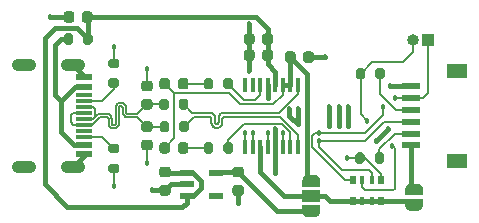
<source format=gbr>
%TF.GenerationSoftware,KiCad,Pcbnew,5.1.10-88a1d61d58~90~ubuntu20.04.1*%
%TF.CreationDate,2021-07-15T12:02:29+05:30*%
%TF.ProjectId,kimchi-uart-adapter,6b696d63-6869-42d7-9561-72742d616461,rev?*%
%TF.SameCoordinates,Original*%
%TF.FileFunction,Copper,L1,Top*%
%TF.FilePolarity,Positive*%
%FSLAX46Y46*%
G04 Gerber Fmt 4.6, Leading zero omitted, Abs format (unit mm)*
G04 Created by KiCad (PCBNEW 5.1.10-88a1d61d58~90~ubuntu20.04.1) date 2021-07-15 12:02:29*
%MOMM*%
%LPD*%
G01*
G04 APERTURE LIST*
%TA.AperFunction,SMDPad,CuDef*%
%ADD10R,1.450000X0.600000*%
%TD*%
%TA.AperFunction,SMDPad,CuDef*%
%ADD11R,1.450000X0.300000*%
%TD*%
%TA.AperFunction,ComponentPad*%
%ADD12O,2.100000X1.050000*%
%TD*%
%TA.AperFunction,SMDPad,CuDef*%
%ADD13R,0.400000X1.200000*%
%TD*%
%TA.AperFunction,SMDPad,CuDef*%
%ADD14R,0.500000X0.800000*%
%TD*%
%TA.AperFunction,SMDPad,CuDef*%
%ADD15R,0.400000X0.800000*%
%TD*%
%TA.AperFunction,ComponentPad*%
%ADD16O,1.000000X1.000000*%
%TD*%
%TA.AperFunction,ComponentPad*%
%ADD17R,1.000000X1.000000*%
%TD*%
%TA.AperFunction,SMDPad,CuDef*%
%ADD18R,1.200000X0.600000*%
%TD*%
%TA.AperFunction,SMDPad,CuDef*%
%ADD19R,1.550000X0.600000*%
%TD*%
%TA.AperFunction,SMDPad,CuDef*%
%ADD20R,1.800000X1.200000*%
%TD*%
%TA.AperFunction,SMDPad,CuDef*%
%ADD21C,0.100000*%
%TD*%
%TA.AperFunction,SMDPad,CuDef*%
%ADD22R,1.500000X1.000000*%
%TD*%
%TA.AperFunction,ViaPad*%
%ADD23C,0.457200*%
%TD*%
%TA.AperFunction,Conductor*%
%ADD24C,0.400000*%
%TD*%
%TA.AperFunction,Conductor*%
%ADD25C,0.200000*%
%TD*%
%TA.AperFunction,Conductor*%
%ADD26C,0.127000*%
%TD*%
G04 APERTURE END LIST*
D10*
%TO.P,J1,A1B12*%
%TO.N,GND*%
X141045000Y-97130000D03*
%TO.P,J1,A4B9*%
%TO.N,Net-(FB1-Pad2)*%
X141045000Y-97930000D03*
D11*
%TO.P,J1,A6*%
%TO.N,/D+*%
X141045000Y-100130000D03*
%TO.P,J1,B7*%
%TO.N,/D-*%
X141045000Y-99630000D03*
%TO.P,J1,A5*%
%TO.N,Net-(J1-PadA5)*%
X141045000Y-99130000D03*
%TO.P,J1,B8*%
%TO.N,Net-(J1-PadB8)*%
X141045000Y-98630000D03*
%TO.P,J1,A7*%
%TO.N,/D-*%
X141045000Y-100630000D03*
%TO.P,J1,B6*%
%TO.N,/D+*%
X141045000Y-101130000D03*
%TO.P,J1,A8*%
%TO.N,Net-(J1-PadA8)*%
X141045000Y-101630000D03*
%TO.P,J1,B5*%
%TO.N,Net-(J1-PadB5)*%
X141045000Y-102130000D03*
D10*
%TO.P,J1,B4A9*%
%TO.N,Net-(FB1-Pad2)*%
X141045000Y-102830000D03*
%TO.P,J1,B1A12*%
%TO.N,GND*%
X141045000Y-103630000D03*
D12*
%TO.P,J1,S1*%
X140130000Y-96060000D03*
%TO.P,J1,S2*%
X140130000Y-104700000D03*
%TO.P,J1,S3*%
X135950000Y-96060000D03*
%TO.P,J1,S4*%
X135950000Y-104700000D03*
%TD*%
D13*
%TO.P,U2,1*%
%TO.N,/TX*%
X154697500Y-102980000D03*
%TO.P,U2,2*%
%TO.N,/RTS*%
X155332500Y-102980000D03*
%TO.P,U2,3*%
%TO.N,/VCCIO*%
X155967500Y-102980000D03*
%TO.P,U2,4*%
%TO.N,/RX*%
X156602500Y-102980000D03*
%TO.P,U2,5*%
%TO.N,GND*%
X157237500Y-102980000D03*
%TO.P,U2,6*%
%TO.N,/CTS*%
X157872500Y-102980000D03*
%TO.P,U2,7*%
%TO.N,Net-(R8-Pad2)*%
X158507500Y-102980000D03*
%TO.P,U2,8*%
%TO.N,/D1+*%
X159142500Y-102980000D03*
%TO.P,U2,9*%
%TO.N,/D1-*%
X159142500Y-97780000D03*
%TO.P,U2,10*%
%TO.N,+3V3*%
X158507500Y-97780000D03*
%TO.P,U2,11*%
X157872500Y-97780000D03*
%TO.P,U2,12*%
%TO.N,VBUS*%
X157237500Y-97780000D03*
%TO.P,U2,13*%
%TO.N,GND*%
X156602500Y-97780000D03*
%TO.P,U2,14*%
%TO.N,Net-(R7-Pad1)*%
X155967500Y-97780000D03*
%TO.P,U2,15*%
%TO.N,Net-(U2-Pad15)*%
X155332500Y-97780000D03*
%TO.P,U2,16*%
%TO.N,Net-(U2-Pad16)*%
X154697500Y-97780000D03*
%TD*%
%TO.P,C4,2*%
%TO.N,GND*%
%TA.AperFunction,SMDPad,CuDef*%
G36*
G01*
X146620000Y-98295000D02*
X146120000Y-98295000D01*
G75*
G02*
X145895000Y-98070000I0J225000D01*
G01*
X145895000Y-97620000D01*
G75*
G02*
X146120000Y-97395000I225000J0D01*
G01*
X146620000Y-97395000D01*
G75*
G02*
X146845000Y-97620000I0J-225000D01*
G01*
X146845000Y-98070000D01*
G75*
G02*
X146620000Y-98295000I-225000J0D01*
G01*
G37*
%TD.AperFunction*%
%TO.P,C4,1*%
%TO.N,/D-*%
%TA.AperFunction,SMDPad,CuDef*%
G36*
G01*
X146620000Y-99845000D02*
X146120000Y-99845000D01*
G75*
G02*
X145895000Y-99620000I0J225000D01*
G01*
X145895000Y-99170000D01*
G75*
G02*
X146120000Y-98945000I225000J0D01*
G01*
X146620000Y-98945000D01*
G75*
G02*
X146845000Y-99170000I0J-225000D01*
G01*
X146845000Y-99620000D01*
G75*
G02*
X146620000Y-99845000I-225000J0D01*
G01*
G37*
%TD.AperFunction*%
%TD*%
D14*
%TO.P,RN1,5*%
%TO.N,/VCCIO*%
X163790000Y-107610000D03*
D15*
%TO.P,RN1,6*%
X164590000Y-107610000D03*
D14*
%TO.P,RN1,8*%
X166190000Y-107610000D03*
D15*
%TO.P,RN1,7*%
X165390000Y-107610000D03*
D14*
%TO.P,RN1,4*%
%TO.N,/CTS*%
X163790000Y-105810000D03*
D15*
%TO.P,RN1,2*%
%TO.N,/RX*%
X165390000Y-105810000D03*
%TO.P,RN1,3*%
%TO.N,/RTS*%
X164590000Y-105810000D03*
D14*
%TO.P,RN1,1*%
%TO.N,/TX*%
X166190000Y-105810000D03*
%TD*%
D16*
%TO.P,J2,2*%
%TO.N,/RTS*%
X168930000Y-93930000D03*
D17*
%TO.P,J2,1*%
%TO.N,/CTS*%
X170200000Y-93930000D03*
%TD*%
%TO.P,C1,1*%
%TO.N,VBUS*%
%TA.AperFunction,SMDPad,CuDef*%
G36*
G01*
X141765000Y-91760000D02*
X141765000Y-92260000D01*
G75*
G02*
X141540000Y-92485000I-225000J0D01*
G01*
X141090000Y-92485000D01*
G75*
G02*
X140865000Y-92260000I0J225000D01*
G01*
X140865000Y-91760000D01*
G75*
G02*
X141090000Y-91535000I225000J0D01*
G01*
X141540000Y-91535000D01*
G75*
G02*
X141765000Y-91760000I0J-225000D01*
G01*
G37*
%TD.AperFunction*%
%TO.P,C1,2*%
%TO.N,GND*%
%TA.AperFunction,SMDPad,CuDef*%
G36*
G01*
X140215000Y-91760000D02*
X140215000Y-92260000D01*
G75*
G02*
X139990000Y-92485000I-225000J0D01*
G01*
X139540000Y-92485000D01*
G75*
G02*
X139315000Y-92260000I0J225000D01*
G01*
X139315000Y-91760000D01*
G75*
G02*
X139540000Y-91535000I225000J0D01*
G01*
X139990000Y-91535000D01*
G75*
G02*
X140215000Y-91760000I0J-225000D01*
G01*
G37*
%TD.AperFunction*%
%TD*%
%TO.P,C3,1*%
%TO.N,/D+*%
%TA.AperFunction,SMDPad,CuDef*%
G36*
G01*
X146120000Y-100852520D02*
X146620000Y-100852520D01*
G75*
G02*
X146845000Y-101077520I0J-225000D01*
G01*
X146845000Y-101527520D01*
G75*
G02*
X146620000Y-101752520I-225000J0D01*
G01*
X146120000Y-101752520D01*
G75*
G02*
X145895000Y-101527520I0J225000D01*
G01*
X145895000Y-101077520D01*
G75*
G02*
X146120000Y-100852520I225000J0D01*
G01*
G37*
%TD.AperFunction*%
%TO.P,C3,2*%
%TO.N,GND*%
%TA.AperFunction,SMDPad,CuDef*%
G36*
G01*
X146120000Y-102402520D02*
X146620000Y-102402520D01*
G75*
G02*
X146845000Y-102627520I0J-225000D01*
G01*
X146845000Y-103077520D01*
G75*
G02*
X146620000Y-103302520I-225000J0D01*
G01*
X146120000Y-103302520D01*
G75*
G02*
X145895000Y-103077520I0J225000D01*
G01*
X145895000Y-102627520D01*
G75*
G02*
X146120000Y-102402520I225000J0D01*
G01*
G37*
%TD.AperFunction*%
%TD*%
%TO.P,C5,2*%
%TO.N,GND*%
%TA.AperFunction,SMDPad,CuDef*%
G36*
G01*
X147650000Y-106240000D02*
X148150000Y-106240000D01*
G75*
G02*
X148375000Y-106465000I0J-225000D01*
G01*
X148375000Y-106915000D01*
G75*
G02*
X148150000Y-107140000I-225000J0D01*
G01*
X147650000Y-107140000D01*
G75*
G02*
X147425000Y-106915000I0J225000D01*
G01*
X147425000Y-106465000D01*
G75*
G02*
X147650000Y-106240000I225000J0D01*
G01*
G37*
%TD.AperFunction*%
%TO.P,C5,1*%
%TO.N,VBUS*%
%TA.AperFunction,SMDPad,CuDef*%
G36*
G01*
X147650000Y-104690000D02*
X148150000Y-104690000D01*
G75*
G02*
X148375000Y-104915000I0J-225000D01*
G01*
X148375000Y-105365000D01*
G75*
G02*
X148150000Y-105590000I-225000J0D01*
G01*
X147650000Y-105590000D01*
G75*
G02*
X147425000Y-105365000I0J225000D01*
G01*
X147425000Y-104915000D01*
G75*
G02*
X147650000Y-104690000I225000J0D01*
G01*
G37*
%TD.AperFunction*%
%TD*%
%TO.P,C6,1*%
%TO.N,+3V3*%
%TA.AperFunction,SMDPad,CuDef*%
G36*
G01*
X158055000Y-95650000D02*
X158055000Y-95150000D01*
G75*
G02*
X158280000Y-94925000I225000J0D01*
G01*
X158730000Y-94925000D01*
G75*
G02*
X158955000Y-95150000I0J-225000D01*
G01*
X158955000Y-95650000D01*
G75*
G02*
X158730000Y-95875000I-225000J0D01*
G01*
X158280000Y-95875000D01*
G75*
G02*
X158055000Y-95650000I0J225000D01*
G01*
G37*
%TD.AperFunction*%
%TO.P,C6,2*%
%TO.N,GND*%
%TA.AperFunction,SMDPad,CuDef*%
G36*
G01*
X159605000Y-95650000D02*
X159605000Y-95150000D01*
G75*
G02*
X159830000Y-94925000I225000J0D01*
G01*
X160280000Y-94925000D01*
G75*
G02*
X160505000Y-95150000I0J-225000D01*
G01*
X160505000Y-95650000D01*
G75*
G02*
X160280000Y-95875000I-225000J0D01*
G01*
X159830000Y-95875000D01*
G75*
G02*
X159605000Y-95650000I0J225000D01*
G01*
G37*
%TD.AperFunction*%
%TD*%
%TO.P,C7,1*%
%TO.N,+1V8*%
%TA.AperFunction,SMDPad,CuDef*%
G36*
G01*
X153840000Y-104695000D02*
X154340000Y-104695000D01*
G75*
G02*
X154565000Y-104920000I0J-225000D01*
G01*
X154565000Y-105370000D01*
G75*
G02*
X154340000Y-105595000I-225000J0D01*
G01*
X153840000Y-105595000D01*
G75*
G02*
X153615000Y-105370000I0J225000D01*
G01*
X153615000Y-104920000D01*
G75*
G02*
X153840000Y-104695000I225000J0D01*
G01*
G37*
%TD.AperFunction*%
%TO.P,C7,2*%
%TO.N,GND*%
%TA.AperFunction,SMDPad,CuDef*%
G36*
G01*
X153840000Y-106245000D02*
X154340000Y-106245000D01*
G75*
G02*
X154565000Y-106470000I0J-225000D01*
G01*
X154565000Y-106920000D01*
G75*
G02*
X154340000Y-107145000I-225000J0D01*
G01*
X153840000Y-107145000D01*
G75*
G02*
X153615000Y-106920000I0J225000D01*
G01*
X153615000Y-106470000D01*
G75*
G02*
X153840000Y-106245000I225000J0D01*
G01*
G37*
%TD.AperFunction*%
%TD*%
%TO.P,C8,1*%
%TO.N,VBUS*%
%TA.AperFunction,SMDPad,CuDef*%
G36*
G01*
X157035000Y-93630000D02*
X157035000Y-94130000D01*
G75*
G02*
X156810000Y-94355000I-225000J0D01*
G01*
X156360000Y-94355000D01*
G75*
G02*
X156135000Y-94130000I0J225000D01*
G01*
X156135000Y-93630000D01*
G75*
G02*
X156360000Y-93405000I225000J0D01*
G01*
X156810000Y-93405000D01*
G75*
G02*
X157035000Y-93630000I0J-225000D01*
G01*
G37*
%TD.AperFunction*%
%TO.P,C8,2*%
%TO.N,GND*%
%TA.AperFunction,SMDPad,CuDef*%
G36*
G01*
X155485000Y-93630000D02*
X155485000Y-94130000D01*
G75*
G02*
X155260000Y-94355000I-225000J0D01*
G01*
X154810000Y-94355000D01*
G75*
G02*
X154585000Y-94130000I0J225000D01*
G01*
X154585000Y-93630000D01*
G75*
G02*
X154810000Y-93405000I225000J0D01*
G01*
X155260000Y-93405000D01*
G75*
G02*
X155485000Y-93630000I0J-225000D01*
G01*
G37*
%TD.AperFunction*%
%TD*%
%TO.P,C9,2*%
%TO.N,GND*%
%TA.AperFunction,SMDPad,CuDef*%
G36*
G01*
X155485000Y-94990000D02*
X155485000Y-95490000D01*
G75*
G02*
X155260000Y-95715000I-225000J0D01*
G01*
X154810000Y-95715000D01*
G75*
G02*
X154585000Y-95490000I0J225000D01*
G01*
X154585000Y-94990000D01*
G75*
G02*
X154810000Y-94765000I225000J0D01*
G01*
X155260000Y-94765000D01*
G75*
G02*
X155485000Y-94990000I0J-225000D01*
G01*
G37*
%TD.AperFunction*%
%TO.P,C9,1*%
%TO.N,VBUS*%
%TA.AperFunction,SMDPad,CuDef*%
G36*
G01*
X157035000Y-94990000D02*
X157035000Y-95490000D01*
G75*
G02*
X156810000Y-95715000I-225000J0D01*
G01*
X156360000Y-95715000D01*
G75*
G02*
X156135000Y-95490000I0J225000D01*
G01*
X156135000Y-94990000D01*
G75*
G02*
X156360000Y-94765000I225000J0D01*
G01*
X156810000Y-94765000D01*
G75*
G02*
X157035000Y-94990000I0J-225000D01*
G01*
G37*
%TD.AperFunction*%
%TD*%
%TO.P,D1,2*%
%TO.N,+3V3*%
%TA.AperFunction,SMDPad,CuDef*%
G36*
G01*
X148310000Y-97403750D02*
X148310000Y-97916250D01*
G75*
G02*
X148091250Y-98135000I-218750J0D01*
G01*
X147653750Y-98135000D01*
G75*
G02*
X147435000Y-97916250I0J218750D01*
G01*
X147435000Y-97403750D01*
G75*
G02*
X147653750Y-97185000I218750J0D01*
G01*
X148091250Y-97185000D01*
G75*
G02*
X148310000Y-97403750I0J-218750D01*
G01*
G37*
%TD.AperFunction*%
%TO.P,D1,1*%
%TO.N,Net-(D1-Pad1)*%
%TA.AperFunction,SMDPad,CuDef*%
G36*
G01*
X149885000Y-97403750D02*
X149885000Y-97916250D01*
G75*
G02*
X149666250Y-98135000I-218750J0D01*
G01*
X149228750Y-98135000D01*
G75*
G02*
X149010000Y-97916250I0J218750D01*
G01*
X149010000Y-97403750D01*
G75*
G02*
X149228750Y-97185000I218750J0D01*
G01*
X149666250Y-97185000D01*
G75*
G02*
X149885000Y-97403750I0J-218750D01*
G01*
G37*
%TD.AperFunction*%
%TD*%
%TO.P,D2,1*%
%TO.N,Net-(D2-Pad1)*%
%TA.AperFunction,SMDPad,CuDef*%
G36*
G01*
X149885000Y-102843750D02*
X149885000Y-103356250D01*
G75*
G02*
X149666250Y-103575000I-218750J0D01*
G01*
X149228750Y-103575000D01*
G75*
G02*
X149010000Y-103356250I0J218750D01*
G01*
X149010000Y-102843750D01*
G75*
G02*
X149228750Y-102625000I218750J0D01*
G01*
X149666250Y-102625000D01*
G75*
G02*
X149885000Y-102843750I0J-218750D01*
G01*
G37*
%TD.AperFunction*%
%TO.P,D2,2*%
%TO.N,+3V3*%
%TA.AperFunction,SMDPad,CuDef*%
G36*
G01*
X148310000Y-102843750D02*
X148310000Y-103356250D01*
G75*
G02*
X148091250Y-103575000I-218750J0D01*
G01*
X147653750Y-103575000D01*
G75*
G02*
X147435000Y-103356250I0J218750D01*
G01*
X147435000Y-102843750D01*
G75*
G02*
X147653750Y-102625000I218750J0D01*
G01*
X148091250Y-102625000D01*
G75*
G02*
X148310000Y-102843750I0J-218750D01*
G01*
G37*
%TD.AperFunction*%
%TD*%
%TO.P,FB1,1*%
%TO.N,VBUS*%
%TA.AperFunction,SMDPad,CuDef*%
G36*
G01*
X141765000Y-93605000D02*
X141765000Y-94155000D01*
G75*
G02*
X141565000Y-94355000I-200000J0D01*
G01*
X141165000Y-94355000D01*
G75*
G02*
X140965000Y-94155000I0J200000D01*
G01*
X140965000Y-93605000D01*
G75*
G02*
X141165000Y-93405000I200000J0D01*
G01*
X141565000Y-93405000D01*
G75*
G02*
X141765000Y-93605000I0J-200000D01*
G01*
G37*
%TD.AperFunction*%
%TO.P,FB1,2*%
%TO.N,Net-(FB1-Pad2)*%
%TA.AperFunction,SMDPad,CuDef*%
G36*
G01*
X140115000Y-93605000D02*
X140115000Y-94155000D01*
G75*
G02*
X139915000Y-94355000I-200000J0D01*
G01*
X139515000Y-94355000D01*
G75*
G02*
X139315000Y-94155000I0J200000D01*
G01*
X139315000Y-93605000D01*
G75*
G02*
X139515000Y-93405000I200000J0D01*
G01*
X139915000Y-93405000D01*
G75*
G02*
X140115000Y-93605000I0J-200000D01*
G01*
G37*
%TD.AperFunction*%
%TD*%
D18*
%TO.P,IC1,1*%
%TO.N,VBUS*%
X149730000Y-105240000D03*
%TO.P,IC1,2*%
%TO.N,GND*%
X149730000Y-106190000D03*
%TO.P,IC1,3*%
%TO.N,VBUS*%
X149730000Y-107140000D03*
%TO.P,IC1,4*%
%TO.N,Net-(IC1-Pad4)*%
X152230000Y-107140000D03*
%TO.P,IC1,5*%
%TO.N,+1V8*%
X152230000Y-105240000D03*
%TD*%
D19*
%TO.P,J3,6*%
%TO.N,GND*%
X168770000Y-97880000D03*
%TO.P,J3,1*%
%TO.N,/VCC_KIMCHI*%
X168770000Y-102880000D03*
%TO.P,J3,2*%
%TO.N,Net-(J3-Pad2)*%
X168770000Y-101880000D03*
%TO.P,J3,3*%
%TO.N,/RX*%
X168770000Y-100880000D03*
%TO.P,J3,4*%
%TO.N,Net-(J3-Pad4)*%
X168770000Y-99880000D03*
%TO.P,J3,5*%
%TO.N,/CTS*%
X168770000Y-98880000D03*
D20*
%TO.P,J3,S1*%
%TO.N,GND*%
X172645000Y-104180000D03*
%TO.P,J3,S2*%
X172645000Y-96580000D03*
%TD*%
%TA.AperFunction,SMDPad,CuDef*%
D21*
%TO.P,JP1,1*%
%TO.N,+1V8*%
G36*
X161030000Y-107900000D02*
G01*
X161030000Y-108450000D01*
X161029398Y-108450000D01*
X161029398Y-108474534D01*
X161024588Y-108523365D01*
X161015016Y-108571490D01*
X161000772Y-108618445D01*
X160981995Y-108663778D01*
X160958864Y-108707051D01*
X160931604Y-108747850D01*
X160900476Y-108785779D01*
X160865779Y-108820476D01*
X160827850Y-108851604D01*
X160787051Y-108878864D01*
X160743778Y-108901995D01*
X160698445Y-108920772D01*
X160651490Y-108935016D01*
X160603365Y-108944588D01*
X160554534Y-108949398D01*
X160530000Y-108949398D01*
X160530000Y-108950000D01*
X160030000Y-108950000D01*
X160030000Y-108949398D01*
X160005466Y-108949398D01*
X159956635Y-108944588D01*
X159908510Y-108935016D01*
X159861555Y-108920772D01*
X159816222Y-108901995D01*
X159772949Y-108878864D01*
X159732150Y-108851604D01*
X159694221Y-108820476D01*
X159659524Y-108785779D01*
X159628396Y-108747850D01*
X159601136Y-108707051D01*
X159578005Y-108663778D01*
X159559228Y-108618445D01*
X159544984Y-108571490D01*
X159535412Y-108523365D01*
X159530602Y-108474534D01*
X159530602Y-108450000D01*
X159530000Y-108450000D01*
X159530000Y-107900000D01*
X161030000Y-107900000D01*
G37*
%TD.AperFunction*%
%TA.AperFunction,SMDPad,CuDef*%
%TO.P,JP1,3*%
%TO.N,+3V3*%
G36*
X159530602Y-105850000D02*
G01*
X159530602Y-105825466D01*
X159535412Y-105776635D01*
X159544984Y-105728510D01*
X159559228Y-105681555D01*
X159578005Y-105636222D01*
X159601136Y-105592949D01*
X159628396Y-105552150D01*
X159659524Y-105514221D01*
X159694221Y-105479524D01*
X159732150Y-105448396D01*
X159772949Y-105421136D01*
X159816222Y-105398005D01*
X159861555Y-105379228D01*
X159908510Y-105364984D01*
X159956635Y-105355412D01*
X160005466Y-105350602D01*
X160030000Y-105350602D01*
X160030000Y-105350000D01*
X160530000Y-105350000D01*
X160530000Y-105350602D01*
X160554534Y-105350602D01*
X160603365Y-105355412D01*
X160651490Y-105364984D01*
X160698445Y-105379228D01*
X160743778Y-105398005D01*
X160787051Y-105421136D01*
X160827850Y-105448396D01*
X160865779Y-105479524D01*
X160900476Y-105514221D01*
X160931604Y-105552150D01*
X160958864Y-105592949D01*
X160981995Y-105636222D01*
X161000772Y-105681555D01*
X161015016Y-105728510D01*
X161024588Y-105776635D01*
X161029398Y-105825466D01*
X161029398Y-105850000D01*
X161030000Y-105850000D01*
X161030000Y-106400000D01*
X159530000Y-106400000D01*
X159530000Y-105850000D01*
X159530602Y-105850000D01*
G37*
%TD.AperFunction*%
D22*
%TO.P,JP1,2*%
%TO.N,/VCCIO*%
X160280000Y-107150000D03*
%TD*%
%TA.AperFunction,SMDPad,CuDef*%
D21*
%TO.P,JP2,1*%
%TO.N,/VCCIO*%
G36*
X169740000Y-107410000D02*
G01*
X169740000Y-107910000D01*
X169739398Y-107910000D01*
X169739398Y-107934534D01*
X169734588Y-107983365D01*
X169725016Y-108031490D01*
X169710772Y-108078445D01*
X169691995Y-108123778D01*
X169668864Y-108167051D01*
X169641604Y-108207850D01*
X169610476Y-108245779D01*
X169575779Y-108280476D01*
X169537850Y-108311604D01*
X169497051Y-108338864D01*
X169453778Y-108361995D01*
X169408445Y-108380772D01*
X169361490Y-108395016D01*
X169313365Y-108404588D01*
X169264534Y-108409398D01*
X169240000Y-108409398D01*
X169240000Y-108410000D01*
X168740000Y-108410000D01*
X168740000Y-108409398D01*
X168715466Y-108409398D01*
X168666635Y-108404588D01*
X168618510Y-108395016D01*
X168571555Y-108380772D01*
X168526222Y-108361995D01*
X168482949Y-108338864D01*
X168442150Y-108311604D01*
X168404221Y-108280476D01*
X168369524Y-108245779D01*
X168338396Y-108207850D01*
X168311136Y-108167051D01*
X168288005Y-108123778D01*
X168269228Y-108078445D01*
X168254984Y-108031490D01*
X168245412Y-107983365D01*
X168240602Y-107934534D01*
X168240602Y-107910000D01*
X168240000Y-107910000D01*
X168240000Y-107410000D01*
X169740000Y-107410000D01*
G37*
%TD.AperFunction*%
%TA.AperFunction,SMDPad,CuDef*%
%TO.P,JP2,2*%
%TO.N,/VCC_KIMCHI*%
G36*
X168240602Y-106610000D02*
G01*
X168240602Y-106585466D01*
X168245412Y-106536635D01*
X168254984Y-106488510D01*
X168269228Y-106441555D01*
X168288005Y-106396222D01*
X168311136Y-106352949D01*
X168338396Y-106312150D01*
X168369524Y-106274221D01*
X168404221Y-106239524D01*
X168442150Y-106208396D01*
X168482949Y-106181136D01*
X168526222Y-106158005D01*
X168571555Y-106139228D01*
X168618510Y-106124984D01*
X168666635Y-106115412D01*
X168715466Y-106110602D01*
X168740000Y-106110602D01*
X168740000Y-106110000D01*
X169240000Y-106110000D01*
X169240000Y-106110602D01*
X169264534Y-106110602D01*
X169313365Y-106115412D01*
X169361490Y-106124984D01*
X169408445Y-106139228D01*
X169453778Y-106158005D01*
X169497051Y-106181136D01*
X169537850Y-106208396D01*
X169575779Y-106239524D01*
X169610476Y-106274221D01*
X169641604Y-106312150D01*
X169668864Y-106352949D01*
X169691995Y-106396222D01*
X169710772Y-106441555D01*
X169725016Y-106488510D01*
X169734588Y-106536635D01*
X169739398Y-106585466D01*
X169739398Y-106610000D01*
X169740000Y-106610000D01*
X169740000Y-107110000D01*
X168240000Y-107110000D01*
X168240000Y-106610000D01*
X168240602Y-106610000D01*
G37*
%TD.AperFunction*%
%TD*%
%TO.P,R1,1*%
%TO.N,Net-(J1-PadA5)*%
%TA.AperFunction,SMDPad,CuDef*%
G36*
G01*
X143845000Y-97990000D02*
X143295000Y-97990000D01*
G75*
G02*
X143095000Y-97790000I0J200000D01*
G01*
X143095000Y-97390000D01*
G75*
G02*
X143295000Y-97190000I200000J0D01*
G01*
X143845000Y-97190000D01*
G75*
G02*
X144045000Y-97390000I0J-200000D01*
G01*
X144045000Y-97790000D01*
G75*
G02*
X143845000Y-97990000I-200000J0D01*
G01*
G37*
%TD.AperFunction*%
%TO.P,R1,2*%
%TO.N,GND*%
%TA.AperFunction,SMDPad,CuDef*%
G36*
G01*
X143845000Y-96340000D02*
X143295000Y-96340000D01*
G75*
G02*
X143095000Y-96140000I0J200000D01*
G01*
X143095000Y-95740000D01*
G75*
G02*
X143295000Y-95540000I200000J0D01*
G01*
X143845000Y-95540000D01*
G75*
G02*
X144045000Y-95740000I0J-200000D01*
G01*
X144045000Y-96140000D01*
G75*
G02*
X143845000Y-96340000I-200000J0D01*
G01*
G37*
%TD.AperFunction*%
%TD*%
%TO.P,R2,2*%
%TO.N,GND*%
%TA.AperFunction,SMDPad,CuDef*%
G36*
G01*
X143295000Y-104415000D02*
X143845000Y-104415000D01*
G75*
G02*
X144045000Y-104615000I0J-200000D01*
G01*
X144045000Y-105015000D01*
G75*
G02*
X143845000Y-105215000I-200000J0D01*
G01*
X143295000Y-105215000D01*
G75*
G02*
X143095000Y-105015000I0J200000D01*
G01*
X143095000Y-104615000D01*
G75*
G02*
X143295000Y-104415000I200000J0D01*
G01*
G37*
%TD.AperFunction*%
%TO.P,R2,1*%
%TO.N,Net-(J1-PadB5)*%
%TA.AperFunction,SMDPad,CuDef*%
G36*
G01*
X143295000Y-102765000D02*
X143845000Y-102765000D01*
G75*
G02*
X144045000Y-102965000I0J-200000D01*
G01*
X144045000Y-103365000D01*
G75*
G02*
X143845000Y-103565000I-200000J0D01*
G01*
X143295000Y-103565000D01*
G75*
G02*
X143095000Y-103365000I0J200000D01*
G01*
X143095000Y-102965000D01*
G75*
G02*
X143295000Y-102765000I200000J0D01*
G01*
G37*
%TD.AperFunction*%
%TD*%
%TO.P,R3,2*%
%TO.N,/D+*%
%TA.AperFunction,SMDPad,CuDef*%
G36*
G01*
X148245000Y-101026666D02*
X148245000Y-101576666D01*
G75*
G02*
X148045000Y-101776666I-200000J0D01*
G01*
X147645000Y-101776666D01*
G75*
G02*
X147445000Y-101576666I0J200000D01*
G01*
X147445000Y-101026666D01*
G75*
G02*
X147645000Y-100826666I200000J0D01*
G01*
X148045000Y-100826666D01*
G75*
G02*
X148245000Y-101026666I0J-200000D01*
G01*
G37*
%TD.AperFunction*%
%TO.P,R3,1*%
%TO.N,/D1+*%
%TA.AperFunction,SMDPad,CuDef*%
G36*
G01*
X149895000Y-101026666D02*
X149895000Y-101576666D01*
G75*
G02*
X149695000Y-101776666I-200000J0D01*
G01*
X149295000Y-101776666D01*
G75*
G02*
X149095000Y-101576666I0J200000D01*
G01*
X149095000Y-101026666D01*
G75*
G02*
X149295000Y-100826666I200000J0D01*
G01*
X149695000Y-100826666D01*
G75*
G02*
X149895000Y-101026666I0J-200000D01*
G01*
G37*
%TD.AperFunction*%
%TD*%
%TO.P,R4,2*%
%TO.N,/D-*%
%TA.AperFunction,SMDPad,CuDef*%
G36*
G01*
X148225000Y-99118333D02*
X148225000Y-99668333D01*
G75*
G02*
X148025000Y-99868333I-200000J0D01*
G01*
X147625000Y-99868333D01*
G75*
G02*
X147425000Y-99668333I0J200000D01*
G01*
X147425000Y-99118333D01*
G75*
G02*
X147625000Y-98918333I200000J0D01*
G01*
X148025000Y-98918333D01*
G75*
G02*
X148225000Y-99118333I0J-200000D01*
G01*
G37*
%TD.AperFunction*%
%TO.P,R4,1*%
%TO.N,/D1-*%
%TA.AperFunction,SMDPad,CuDef*%
G36*
G01*
X149875000Y-99118333D02*
X149875000Y-99668333D01*
G75*
G02*
X149675000Y-99868333I-200000J0D01*
G01*
X149275000Y-99868333D01*
G75*
G02*
X149075000Y-99668333I0J200000D01*
G01*
X149075000Y-99118333D01*
G75*
G02*
X149275000Y-98918333I200000J0D01*
G01*
X149675000Y-98918333D01*
G75*
G02*
X149875000Y-99118333I0J-200000D01*
G01*
G37*
%TD.AperFunction*%
%TD*%
%TO.P,R5,1*%
%TO.N,Net-(J3-Pad2)*%
%TA.AperFunction,SMDPad,CuDef*%
G36*
G01*
X166460000Y-103673332D02*
X166460000Y-104223332D01*
G75*
G02*
X166260000Y-104423332I-200000J0D01*
G01*
X165860000Y-104423332D01*
G75*
G02*
X165660000Y-104223332I0J200000D01*
G01*
X165660000Y-103673332D01*
G75*
G02*
X165860000Y-103473332I200000J0D01*
G01*
X166260000Y-103473332D01*
G75*
G02*
X166460000Y-103673332I0J-200000D01*
G01*
G37*
%TD.AperFunction*%
%TO.P,R5,2*%
%TO.N,/TX*%
%TA.AperFunction,SMDPad,CuDef*%
G36*
G01*
X164810000Y-103673332D02*
X164810000Y-104223332D01*
G75*
G02*
X164610000Y-104423332I-200000J0D01*
G01*
X164210000Y-104423332D01*
G75*
G02*
X164010000Y-104223332I0J200000D01*
G01*
X164010000Y-103673332D01*
G75*
G02*
X164210000Y-103473332I200000J0D01*
G01*
X164610000Y-103473332D01*
G75*
G02*
X164810000Y-103673332I0J-200000D01*
G01*
G37*
%TD.AperFunction*%
%TD*%
%TO.P,R6,1*%
%TO.N,Net-(J3-Pad4)*%
%TA.AperFunction,SMDPad,CuDef*%
G36*
G01*
X166515000Y-96536666D02*
X166515000Y-97086666D01*
G75*
G02*
X166315000Y-97286666I-200000J0D01*
G01*
X165915000Y-97286666D01*
G75*
G02*
X165715000Y-97086666I0J200000D01*
G01*
X165715000Y-96536666D01*
G75*
G02*
X165915000Y-96336666I200000J0D01*
G01*
X166315000Y-96336666D01*
G75*
G02*
X166515000Y-96536666I0J-200000D01*
G01*
G37*
%TD.AperFunction*%
%TO.P,R6,2*%
%TO.N,/RTS*%
%TA.AperFunction,SMDPad,CuDef*%
G36*
G01*
X164865000Y-96536666D02*
X164865000Y-97086666D01*
G75*
G02*
X164665000Y-97286666I-200000J0D01*
G01*
X164265000Y-97286666D01*
G75*
G02*
X164065000Y-97086666I0J200000D01*
G01*
X164065000Y-96536666D01*
G75*
G02*
X164265000Y-96336666I200000J0D01*
G01*
X164665000Y-96336666D01*
G75*
G02*
X164865000Y-96536666I0J-200000D01*
G01*
G37*
%TD.AperFunction*%
%TD*%
%TO.P,R7,2*%
%TO.N,Net-(D1-Pad1)*%
%TA.AperFunction,SMDPad,CuDef*%
G36*
G01*
X151985000Y-97385000D02*
X151985000Y-97935000D01*
G75*
G02*
X151785000Y-98135000I-200000J0D01*
G01*
X151385000Y-98135000D01*
G75*
G02*
X151185000Y-97935000I0J200000D01*
G01*
X151185000Y-97385000D01*
G75*
G02*
X151385000Y-97185000I200000J0D01*
G01*
X151785000Y-97185000D01*
G75*
G02*
X151985000Y-97385000I0J-200000D01*
G01*
G37*
%TD.AperFunction*%
%TO.P,R7,1*%
%TO.N,Net-(R7-Pad1)*%
%TA.AperFunction,SMDPad,CuDef*%
G36*
G01*
X153635000Y-97385000D02*
X153635000Y-97935000D01*
G75*
G02*
X153435000Y-98135000I-200000J0D01*
G01*
X153035000Y-98135000D01*
G75*
G02*
X152835000Y-97935000I0J200000D01*
G01*
X152835000Y-97385000D01*
G75*
G02*
X153035000Y-97185000I200000J0D01*
G01*
X153435000Y-97185000D01*
G75*
G02*
X153635000Y-97385000I0J-200000D01*
G01*
G37*
%TD.AperFunction*%
%TD*%
%TO.P,R8,1*%
%TO.N,Net-(D2-Pad1)*%
%TA.AperFunction,SMDPad,CuDef*%
G36*
G01*
X151195000Y-103375000D02*
X151195000Y-102825000D01*
G75*
G02*
X151395000Y-102625000I200000J0D01*
G01*
X151795000Y-102625000D01*
G75*
G02*
X151995000Y-102825000I0J-200000D01*
G01*
X151995000Y-103375000D01*
G75*
G02*
X151795000Y-103575000I-200000J0D01*
G01*
X151395000Y-103575000D01*
G75*
G02*
X151195000Y-103375000I0J200000D01*
G01*
G37*
%TD.AperFunction*%
%TO.P,R8,2*%
%TO.N,Net-(R8-Pad2)*%
%TA.AperFunction,SMDPad,CuDef*%
G36*
G01*
X152845000Y-103375000D02*
X152845000Y-102825000D01*
G75*
G02*
X153045000Y-102625000I200000J0D01*
G01*
X153445000Y-102625000D01*
G75*
G02*
X153645000Y-102825000I0J-200000D01*
G01*
X153645000Y-103375000D01*
G75*
G02*
X153445000Y-103575000I-200000J0D01*
G01*
X153045000Y-103575000D01*
G75*
G02*
X152845000Y-103375000I0J200000D01*
G01*
G37*
%TD.AperFunction*%
%TD*%
D23*
%TO.N,GND*%
X173270000Y-96250000D03*
X173290000Y-103840000D03*
X172030000Y-103870000D03*
X172020000Y-96260000D03*
X143570000Y-106300000D03*
X143570000Y-94530000D03*
X146370000Y-96370000D03*
X146390000Y-104380000D03*
X154090000Y-107750000D03*
X161420000Y-95400000D03*
X155040002Y-96540000D03*
X155035000Y-92605000D03*
X156600000Y-98870000D03*
X166960000Y-97890000D03*
X157240000Y-101495610D03*
X146780000Y-106689998D03*
X165750000Y-102540000D03*
X166780000Y-101510000D03*
X161823260Y-99668380D03*
X162593260Y-99658380D03*
X161823260Y-101278380D03*
X162593260Y-101278380D03*
X163363260Y-99668380D03*
X157237500Y-105197500D03*
X163363260Y-101278380D03*
X158442660Y-99783900D03*
X159143700Y-99781360D03*
X159143700Y-101056440D03*
X138149100Y-92010000D03*
%TO.N,/CTS*%
X157870000Y-101870000D03*
X166350000Y-99610000D03*
X167340000Y-98880000D03*
X160910002Y-101870000D03*
%TO.N,/RTS*%
X155330000Y-101870000D03*
X167130000Y-102910000D03*
X164990000Y-100780000D03*
%TO.N,/RX*%
X156600000Y-101870000D03*
X160930000Y-102480000D03*
%TO.N,/TX*%
X154700000Y-101870000D03*
X163300000Y-103940000D03*
%TD*%
D24*
%TO.N,VBUS*%
X141365000Y-92060000D02*
X141315000Y-92010000D01*
X141365000Y-93880000D02*
X141365000Y-92060000D01*
X148000000Y-105240000D02*
X147900000Y-105140000D01*
X149730000Y-105240000D02*
X148000000Y-105240000D01*
X150268602Y-107140000D02*
X149730000Y-107140000D01*
X150950000Y-105921398D02*
X150950000Y-106458602D01*
X150268602Y-105240000D02*
X150950000Y-105921398D01*
X150950000Y-106458602D02*
X150268602Y-107140000D01*
X149730000Y-105240000D02*
X150268602Y-105240000D01*
X156585000Y-93880000D02*
X156585000Y-95240000D01*
X157237500Y-97780000D02*
X157237500Y-96652500D01*
X156585000Y-96000000D02*
X157237500Y-96652500D01*
X156585000Y-95240000D02*
X156585000Y-96000000D01*
D25*
X141354999Y-92049999D02*
X141315000Y-92010000D01*
D24*
X141324800Y-92000200D02*
X141315000Y-92010000D01*
X140425000Y-92940000D02*
X141365000Y-93880000D01*
X138590000Y-92940000D02*
X140425000Y-92940000D01*
X137710000Y-93820000D02*
X138590000Y-92940000D01*
X137710000Y-106170000D02*
X137710000Y-93820000D01*
X139640000Y-108100000D02*
X137710000Y-106170000D01*
X149360000Y-108100000D02*
X139640000Y-108100000D01*
X149730000Y-107730000D02*
X149360000Y-108100000D01*
X149730000Y-107140000D02*
X149730000Y-107730000D01*
X141325000Y-92020000D02*
X141315000Y-92010000D01*
X155600000Y-92020000D02*
X141325000Y-92020000D01*
X156585000Y-93005000D02*
X155600000Y-92020000D01*
X156585000Y-93880000D02*
X156585000Y-93005000D01*
%TO.N,GND*%
X141045000Y-103785000D02*
X140130000Y-104700000D01*
X141045000Y-103630000D02*
X141045000Y-103785000D01*
X141045000Y-96975000D02*
X140130000Y-96060000D01*
X141045000Y-97130000D02*
X141045000Y-96975000D01*
D25*
X143570000Y-104815000D02*
X143570000Y-106300000D01*
X143570000Y-95940000D02*
X143570000Y-94530000D01*
X146370000Y-97845000D02*
X146370000Y-96370000D01*
D24*
X148400000Y-106190000D02*
X149730000Y-106190000D01*
X147900000Y-106690000D02*
X148400000Y-106190000D01*
X154090000Y-106695000D02*
X154090000Y-107750000D01*
X161420000Y-95400000D02*
X160055000Y-95400000D01*
X155035000Y-93880000D02*
X155035000Y-95240000D01*
X155035000Y-95240000D02*
X155035000Y-96534998D01*
X155035000Y-93880000D02*
X155035000Y-92605000D01*
X156600000Y-97782500D02*
X156602500Y-97780000D01*
X156600000Y-98870000D02*
X156600000Y-97782500D01*
X166970000Y-97880000D02*
X166960000Y-97890000D01*
X168770000Y-97880000D02*
X166970000Y-97880000D01*
X157237500Y-102980000D02*
X157237500Y-101498110D01*
X157237500Y-101498110D02*
X157240000Y-101495610D01*
X147900000Y-106690000D02*
X146780002Y-106690000D01*
X146780002Y-106690000D02*
X146780000Y-106689998D01*
X165750000Y-102540000D02*
X166780000Y-101510000D01*
X166780000Y-101510000D02*
X166780000Y-101510000D01*
X161823260Y-99668380D02*
X161823260Y-101278380D01*
X162593260Y-99658380D02*
X162593260Y-101278380D01*
X157237500Y-102980000D02*
X157237500Y-105197500D01*
X157237500Y-105197500D02*
X157237500Y-105197500D01*
X163363260Y-99668380D02*
X163363260Y-101278380D01*
D25*
X146387820Y-104377820D02*
X146390000Y-104380000D01*
X146387820Y-102852520D02*
X146387820Y-104377820D01*
D24*
X159143700Y-99781360D02*
X159143700Y-101056440D01*
X158442660Y-100355400D02*
X159143700Y-101056440D01*
X158442660Y-99783900D02*
X158442660Y-100355400D01*
X139765000Y-92010000D02*
X138149100Y-92010000D01*
X138149100Y-92010000D02*
X138149100Y-92010000D01*
D25*
%TO.N,/D+*%
X147844146Y-101302520D02*
X147845000Y-101301666D01*
X146370000Y-101302520D02*
X147844146Y-101302520D01*
X140120000Y-100130000D02*
X139948920Y-100301080D01*
X141045000Y-100130000D02*
X140120000Y-100130000D01*
X140146940Y-101130000D02*
X141045000Y-101130000D01*
X139948920Y-100931980D02*
X140146940Y-101130000D01*
X139948920Y-100301080D02*
X139948920Y-100931980D01*
D26*
X143981720Y-99696746D02*
X143986057Y-99658250D01*
X143830239Y-101339999D02*
X143893945Y-101276293D01*
X143215494Y-101276293D02*
X143279200Y-101339999D01*
X144079658Y-99540879D02*
X144116223Y-99528084D01*
X144289976Y-99588883D02*
X144310587Y-99621685D01*
X143123382Y-100610263D02*
X143127720Y-100648760D01*
X144415494Y-100324280D02*
X144479200Y-100387986D01*
X143753956Y-101387931D02*
X143830239Y-101339999D01*
X143668919Y-101417686D02*
X143753956Y-101387931D01*
X143941877Y-101200010D02*
X143971632Y-101114973D01*
X142417142Y-100475760D02*
X142954720Y-100475760D01*
X143062583Y-100513503D02*
X143089976Y-100540896D01*
X143530046Y-101427774D02*
X143579393Y-101427774D01*
X143127720Y-100648760D02*
X143127720Y-101025447D01*
X143440520Y-101417686D02*
X143530046Y-101427774D01*
X144640520Y-100465673D02*
X144730046Y-100475760D01*
X143981720Y-101025447D02*
X143981720Y-99696746D01*
X143167562Y-101200010D02*
X143215494Y-101276293D01*
X144019463Y-99588883D02*
X144046856Y-99561490D01*
X141045000Y-101130000D02*
X141762902Y-101130000D01*
X144154720Y-99523746D02*
X144193216Y-99528084D01*
X143579393Y-101427774D02*
X143668919Y-101417686D01*
X144337807Y-100162960D02*
X144367562Y-100247997D01*
X144116223Y-99528084D02*
X144154720Y-99523746D01*
X142954720Y-100475760D02*
X142993216Y-100480097D01*
X144555483Y-100435918D02*
X144640520Y-100465673D01*
X143893945Y-101276293D02*
X143941877Y-101200010D01*
X143986057Y-99658250D02*
X143998852Y-99621685D01*
X143029781Y-100492892D02*
X143062583Y-100513503D01*
X143137807Y-101114973D02*
X143167562Y-101200010D01*
X143971632Y-101114973D02*
X143981720Y-101025447D01*
X143127720Y-101025447D02*
X143137807Y-101114973D01*
X143998852Y-99621685D02*
X144019463Y-99588883D01*
X144046856Y-99561490D02*
X144079658Y-99540879D01*
X143279200Y-101339999D02*
X143355483Y-101387931D01*
X144327720Y-100073434D02*
X144337807Y-100162960D01*
X144193216Y-99528084D02*
X144229781Y-99540879D01*
X142993216Y-100480097D02*
X143029781Y-100492892D01*
X144229781Y-99540879D02*
X144262583Y-99561490D01*
X144262583Y-99561490D02*
X144289976Y-99588883D01*
X145543240Y-100475760D02*
X146370000Y-101302520D01*
X144310587Y-99621685D02*
X144323382Y-99658250D01*
X144323382Y-99658250D02*
X144327720Y-99696746D01*
X141762902Y-101130000D02*
X142417142Y-100475760D01*
X144327720Y-99696746D02*
X144327720Y-100073434D01*
X143355483Y-101387931D02*
X143440520Y-101417686D01*
X143089976Y-100540896D02*
X143110587Y-100573698D01*
X144367562Y-100247997D02*
X144415494Y-100324280D01*
X143110587Y-100573698D02*
X143123382Y-100610263D01*
X144479200Y-100387986D02*
X144555483Y-100435918D01*
X144730046Y-100475760D02*
X145543240Y-100475760D01*
D25*
%TO.N,/D-*%
X147823333Y-99395000D02*
X147825000Y-99393333D01*
X146370000Y-99395000D02*
X147823333Y-99395000D01*
X141828602Y-99630000D02*
X141045000Y-99630000D01*
X141997001Y-99798399D02*
X141828602Y-99630000D01*
X141045000Y-100630000D02*
X141828602Y-100630000D01*
X141828602Y-100630000D02*
X141997001Y-100461601D01*
X141997001Y-100461601D02*
X141997001Y-99798399D01*
D26*
X144754720Y-100221760D02*
X145543240Y-100221760D01*
X144716223Y-100217423D02*
X144754720Y-100221760D01*
X144619463Y-100156624D02*
X144646856Y-100184017D01*
X145543240Y-100221760D02*
X146370000Y-99395000D01*
X144581720Y-100048760D02*
X144586057Y-100087257D01*
X144541877Y-99497510D02*
X144571632Y-99582547D01*
X144679658Y-100204628D02*
X144716223Y-100217423D01*
X144353956Y-99309589D02*
X144430239Y-99357521D01*
X144179393Y-99269746D02*
X144268919Y-99279834D01*
X144130046Y-99269746D02*
X144179393Y-99269746D01*
X143955483Y-99309589D02*
X144040520Y-99279834D01*
X143879200Y-99357521D02*
X143955483Y-99309589D01*
X143767562Y-99497510D02*
X143815494Y-99421227D01*
X143727720Y-101000774D02*
X143727720Y-99672073D01*
X143723382Y-101039270D02*
X143727720Y-101000774D01*
X143710587Y-101075835D02*
X143723382Y-101039270D01*
X143662583Y-101136030D02*
X143689976Y-101108637D01*
X144581720Y-99672073D02*
X144581720Y-100048760D01*
X144571632Y-99582547D02*
X144581720Y-99672073D01*
X143629781Y-101156641D02*
X143662583Y-101136030D01*
X143593216Y-101169436D02*
X143629781Y-101156641D01*
X143554720Y-101173774D02*
X143593216Y-101169436D01*
X143516223Y-101169436D02*
X143554720Y-101173774D01*
X143446856Y-101136030D02*
X143479658Y-101156641D01*
X144646856Y-100184017D02*
X144679658Y-100204628D01*
X143398852Y-101075835D02*
X143419463Y-101108637D01*
X143371632Y-100534560D02*
X143381720Y-100624086D01*
X143341877Y-100449523D02*
X143371632Y-100534560D01*
X143479658Y-101156641D02*
X143516223Y-101169436D01*
X143727720Y-99672073D02*
X143737807Y-99582547D01*
X143815494Y-99421227D02*
X143879200Y-99357521D01*
X143737807Y-99582547D02*
X143767562Y-99497510D01*
X143381720Y-101000774D02*
X143386057Y-101039270D01*
X143381720Y-100624086D02*
X143381720Y-101000774D01*
X142239020Y-100221760D02*
X142979393Y-100221760D01*
X144493945Y-99421227D02*
X144541877Y-99497510D01*
X143386057Y-101039270D02*
X143398852Y-101075835D01*
X143230239Y-100309534D02*
X143293945Y-100373240D01*
X141830780Y-100630000D02*
X142239020Y-100221760D01*
X144586057Y-100087257D02*
X144598852Y-100123822D01*
X144040520Y-99279834D02*
X144130046Y-99269746D01*
X144430239Y-99357521D02*
X144493945Y-99421227D01*
X143419463Y-101108637D02*
X143446856Y-101136030D01*
X141045000Y-100630000D02*
X141830780Y-100630000D01*
X144268919Y-99279834D02*
X144353956Y-99309589D01*
X142979393Y-100221760D02*
X143068919Y-100231847D01*
X143068919Y-100231847D02*
X143153956Y-100261602D01*
X144598852Y-100123822D02*
X144619463Y-100156624D01*
X143689976Y-101108637D02*
X143710587Y-101075835D01*
X143153956Y-100261602D02*
X143230239Y-100309534D01*
X143293945Y-100373240D02*
X143341877Y-100449523D01*
D24*
%TO.N,+3V3*%
X157872500Y-97780000D02*
X158507500Y-97780000D01*
X158505000Y-97777500D02*
X158507500Y-97780000D01*
X158505000Y-95400000D02*
X158505000Y-97777500D01*
X159900000Y-105470000D02*
X160280000Y-105850000D01*
X159900000Y-96795000D02*
X159900000Y-105470000D01*
X158505000Y-95400000D02*
X159900000Y-96795000D01*
X147872500Y-97660000D02*
X147872500Y-97660000D01*
X147872500Y-103100000D02*
X147872500Y-103100000D01*
X147870000Y-103097500D02*
X147872500Y-103100000D01*
D25*
X157062301Y-99390199D02*
X154241529Y-99390199D01*
X157872500Y-97780000D02*
X157872500Y-98580000D01*
X157872500Y-98580000D02*
X157062301Y-99390199D01*
X148683980Y-102288520D02*
X147872500Y-103100000D01*
X148683980Y-98471480D02*
X148683980Y-102288520D01*
X147872500Y-97660000D02*
X148683980Y-98471480D01*
X153322810Y-98471480D02*
X154241529Y-99390199D01*
X148683980Y-98471480D02*
X153322810Y-98471480D01*
D24*
%TO.N,+1V8*%
X152325000Y-105145000D02*
X152230000Y-105240000D01*
X154090000Y-105145000D02*
X152325000Y-105145000D01*
X156535000Y-107590000D02*
X154090000Y-105145000D01*
X157395000Y-108450000D02*
X156535000Y-107590000D01*
X160280000Y-108450000D02*
X157395000Y-108450000D01*
D25*
%TO.N,Net-(D1-Pad1)*%
X149447500Y-97660000D02*
X151585000Y-97660000D01*
%TO.N,Net-(D2-Pad1)*%
X151595000Y-103100000D02*
X149447500Y-103100000D01*
D24*
%TO.N,Net-(FB1-Pad2)*%
X140281398Y-97930000D02*
X141045000Y-97930000D01*
X139070000Y-99141398D02*
X140281398Y-97930000D01*
X139070000Y-101738038D02*
X139070000Y-99141398D01*
X140161962Y-102830000D02*
X139070000Y-101738038D01*
X141045000Y-102830000D02*
X140161962Y-102830000D01*
X138570000Y-98641398D02*
X139070000Y-99141398D01*
X138570000Y-94370000D02*
X138570000Y-98641398D01*
X139060000Y-93880000D02*
X138570000Y-94370000D01*
X139715000Y-93880000D02*
X139060000Y-93880000D01*
D25*
%TO.N,Net-(J1-PadA5)*%
X141045000Y-99130000D02*
X142540000Y-99130000D01*
X143570000Y-98100000D02*
X143570000Y-97590000D01*
X142540000Y-99130000D02*
X143570000Y-98100000D01*
%TO.N,Net-(J1-PadB5)*%
X142535000Y-102130000D02*
X143570000Y-103165000D01*
X141045000Y-102130000D02*
X142535000Y-102130000D01*
%TO.N,/CTS*%
X157870000Y-102977500D02*
X157872500Y-102980000D01*
X157870000Y-101870000D02*
X157870000Y-102977500D01*
X170200000Y-98425000D02*
X170200000Y-93930000D01*
X169745000Y-98880000D02*
X170200000Y-98425000D01*
X168770000Y-98880000D02*
X169745000Y-98880000D01*
X167340000Y-98880000D02*
X168770000Y-98880000D01*
X166350000Y-100330000D02*
X164810000Y-101870000D01*
X164810000Y-101870000D02*
X160910002Y-101870000D01*
X166350000Y-99610000D02*
X166350000Y-100330000D01*
X163790000Y-105810000D02*
X163180000Y-105810000D01*
X163180000Y-105810000D02*
X160350000Y-102980000D01*
X160586713Y-101870000D02*
X160910002Y-101870000D01*
X160350000Y-102106713D02*
X160586713Y-101870000D01*
X160350000Y-102980000D02*
X160350000Y-102106713D01*
%TO.N,/RTS*%
X155330000Y-102977500D02*
X155332500Y-102980000D01*
X155330000Y-101870000D02*
X155330000Y-102977500D01*
X168930000Y-94950000D02*
X168930000Y-93930000D01*
X168030000Y-95850000D02*
X168930000Y-94950000D01*
X165426666Y-95850000D02*
X168030000Y-95850000D01*
X164465000Y-96811666D02*
X165426666Y-95850000D01*
X164590000Y-106410000D02*
X164860000Y-106680000D01*
X164590000Y-105810000D02*
X164590000Y-106410000D01*
X164860000Y-106680000D02*
X167190000Y-106680000D01*
X167190000Y-106680000D02*
X167340000Y-106530000D01*
X167340000Y-106530000D02*
X167340000Y-103120000D01*
X167340000Y-103120000D02*
X167130000Y-102910000D01*
X164465000Y-100255000D02*
X164990000Y-100780000D01*
X164465000Y-96811666D02*
X164465000Y-100255000D01*
D24*
%TO.N,/VCC_KIMCHI*%
X168770000Y-106390000D02*
X168990000Y-106610000D01*
X168770000Y-102880000D02*
X168770000Y-106390000D01*
D25*
%TO.N,Net-(J3-Pad2)*%
X167370000Y-101880000D02*
X168770000Y-101880000D01*
X166060000Y-103190000D02*
X167370000Y-101880000D01*
X166060000Y-103948332D02*
X166060000Y-103190000D01*
%TO.N,/RX*%
X156602500Y-101872500D02*
X156600000Y-101870000D01*
X156600000Y-102977500D02*
X156602500Y-102980000D01*
X156600000Y-101870000D02*
X156600000Y-102977500D01*
X168770000Y-100880000D02*
X166450000Y-100880000D01*
X166450000Y-100880000D02*
X164850000Y-102480000D01*
X164850000Y-102480000D02*
X160930000Y-102480000D01*
X165390000Y-105210000D02*
X165170000Y-104990000D01*
X165390000Y-105810000D02*
X165390000Y-105210000D01*
X165170000Y-104990000D02*
X162920000Y-104990000D01*
X160930000Y-103000000D02*
X160930000Y-102480000D01*
X162920000Y-104990000D02*
X160930000Y-103000000D01*
%TO.N,Net-(J3-Pad4)*%
X166115000Y-96811666D02*
X166115000Y-98515000D01*
X167480000Y-99880000D02*
X168770000Y-99880000D01*
X166115000Y-98515000D02*
X167480000Y-99880000D01*
D24*
%TO.N,/VCCIO*%
X157960000Y-107150000D02*
X155967500Y-105157500D01*
X155967500Y-105157500D02*
X155967500Y-102980000D01*
X160280000Y-107150000D02*
X157960000Y-107150000D01*
X164590000Y-107610000D02*
X163790000Y-107610000D01*
X164590000Y-107610000D02*
X165390000Y-107610000D01*
X165390000Y-107610000D02*
X166190000Y-107610000D01*
X168690000Y-107610000D02*
X168990000Y-107910000D01*
X161890000Y-107610000D02*
X168690000Y-107610000D01*
X161430000Y-107150000D02*
X161890000Y-107610000D01*
X160280000Y-107150000D02*
X161430000Y-107150000D01*
D26*
%TO.N,/D1+*%
X152762425Y-100563856D02*
X152772590Y-100534807D01*
X152715819Y-101148465D02*
X152748052Y-101056346D01*
X152758980Y-100594440D02*
X152762425Y-100563856D01*
X152420129Y-101384269D02*
X152512248Y-101352036D01*
X152788965Y-100508747D02*
X152810727Y-100486985D01*
X152772590Y-100534807D02*
X152788965Y-100508747D01*
X152512248Y-101352036D02*
X152594884Y-101300112D01*
X151803874Y-100508747D02*
X151820249Y-100534807D01*
X152323148Y-101395197D02*
X152420129Y-101384269D01*
X149495000Y-101301666D02*
X150339666Y-100457000D01*
X152594884Y-101300112D02*
X152663895Y-101231101D01*
X152080591Y-101352036D02*
X152172710Y-101384269D01*
X151928944Y-101231101D02*
X151997955Y-101300112D01*
X151820249Y-100534807D02*
X151830414Y-100563856D01*
X150339666Y-100457000D02*
X151696420Y-100457000D01*
X151696420Y-100457000D02*
X151727003Y-100460445D01*
X151727003Y-100460445D02*
X151756052Y-100470610D01*
X152172710Y-101384269D02*
X152269691Y-101395197D01*
X151756052Y-100470610D02*
X151782112Y-100486985D01*
X151833860Y-100959365D02*
X151844787Y-101056346D01*
X152663895Y-101231101D02*
X152715819Y-101148465D01*
X151833860Y-100594440D02*
X151833860Y-100959365D01*
X151844787Y-101056346D02*
X151877020Y-101148465D01*
X151877020Y-101148465D02*
X151928944Y-101231101D01*
X152269691Y-101395197D02*
X152323148Y-101395197D01*
X151830414Y-100563856D02*
X151833860Y-100594440D01*
X152810727Y-100486985D02*
X152836787Y-100470610D01*
X152836787Y-100470610D02*
X152865836Y-100460445D01*
X152865836Y-100460445D02*
X152896420Y-100457000D01*
X152896420Y-100457000D02*
X157607843Y-100457000D01*
X157607843Y-100457000D02*
X159141160Y-101990317D01*
X159141160Y-101990317D02*
X159141160Y-102978660D01*
X151997955Y-101300112D02*
X152080591Y-101352036D01*
X151782112Y-100486985D02*
X151803874Y-100508747D01*
X152758980Y-100959365D02*
X152758980Y-100594440D01*
X152748052Y-101056346D02*
X152758980Y-100959365D01*
%TO.N,/D1-*%
X159142500Y-98507000D02*
X159142500Y-97780000D01*
X152772710Y-100142807D02*
X152869691Y-100131880D01*
X152680591Y-100175040D02*
X152772710Y-100142807D01*
X152597955Y-100226964D02*
X152680591Y-100175040D01*
X152528944Y-100295975D02*
X152597955Y-100226964D01*
X152477020Y-100378611D02*
X152528944Y-100295975D01*
X152444787Y-100470730D02*
X152477020Y-100378611D01*
X157517620Y-100131880D02*
X159142500Y-98507000D01*
X152172590Y-100992269D02*
X152188965Y-101018329D01*
X152210727Y-101040091D02*
X152236787Y-101056466D01*
X152430414Y-100963220D02*
X152433860Y-100932637D01*
X152433860Y-100567711D02*
X152444787Y-100470730D01*
X152158980Y-100567711D02*
X152158980Y-100932637D01*
X152327003Y-101066631D02*
X152356052Y-101056466D01*
X152148052Y-100470730D02*
X152158980Y-100567711D01*
X152382112Y-101040091D02*
X152403874Y-101018329D01*
X152420249Y-100992269D02*
X152430414Y-100963220D01*
X149475000Y-99393333D02*
X150213547Y-100131880D01*
X151820129Y-100142807D02*
X151912248Y-100175040D01*
X152188965Y-101018329D02*
X152210727Y-101040091D01*
X150213547Y-100131880D02*
X151723148Y-100131880D01*
X152236787Y-101056466D02*
X152265836Y-101066631D01*
X152869691Y-100131880D02*
X157517620Y-100131880D01*
X152296420Y-101070077D02*
X152327003Y-101066631D01*
X152433860Y-100932637D02*
X152433860Y-100567711D01*
X151912248Y-100175040D02*
X151994884Y-100226964D01*
X151994884Y-100226964D02*
X152063895Y-100295975D01*
X152063895Y-100295975D02*
X152115819Y-100378611D01*
X152115819Y-100378611D02*
X152148052Y-100470730D01*
X152158980Y-100932637D02*
X152162425Y-100963220D01*
X152162425Y-100963220D02*
X152172590Y-100992269D01*
X151723148Y-100131880D02*
X151820129Y-100142807D01*
X152265836Y-101066631D02*
X152296420Y-101070077D01*
X152356052Y-101056466D02*
X152382112Y-101040091D01*
X152403874Y-101018329D02*
X152420249Y-100992269D01*
D25*
%TO.N,/TX*%
X154697500Y-101802500D02*
X154700000Y-101800000D01*
X154700000Y-102977500D02*
X154697500Y-102980000D01*
X154700000Y-101870000D02*
X154700000Y-102977500D01*
X164401668Y-103940000D02*
X164410000Y-103948332D01*
X163300000Y-103940000D02*
X164401668Y-103940000D01*
X166190000Y-105328332D02*
X166190000Y-105810000D01*
X164810000Y-103948332D02*
X166190000Y-105328332D01*
X164410000Y-103948332D02*
X164810000Y-103948332D01*
%TO.N,Net-(R7-Pad1)*%
X155547500Y-99000000D02*
X155967500Y-98580000D01*
X155967500Y-98580000D02*
X155967500Y-97780000D01*
X154575000Y-99000000D02*
X155547500Y-99000000D01*
X153235000Y-97660000D02*
X154575000Y-99000000D01*
%TO.N,Net-(R8-Pad2)*%
X158507500Y-101767500D02*
X158507500Y-102980000D01*
X157780000Y-101040000D02*
X158507500Y-101767500D01*
X153245000Y-102425000D02*
X154630000Y-101040000D01*
X153245000Y-103100000D02*
X153245000Y-102425000D01*
X154630000Y-101040000D02*
X157780000Y-101040000D01*
%TD*%
M02*

</source>
